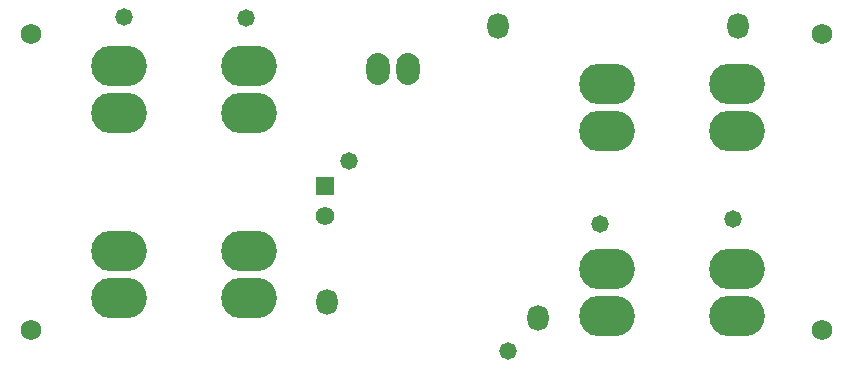
<source format=gbr>
G04*
G04 #@! TF.GenerationSoftware,Altium Limited,Altium Designer,23.0.1 (38)*
G04*
G04 Layer_Color=16711935*
%FSLAX25Y25*%
%MOIN*%
G70*
G04*
G04 #@! TF.SameCoordinates,E18D91D4-50B4-47E9-96DD-EFB38571A0BB*
G04*
G04*
G04 #@! TF.FilePolarity,Negative*
G04*
G01*
G75*
%ADD19O,0.18517X0.13595*%
%ADD20C,0.06800*%
%ADD21O,0.07690X0.10642*%
%ADD22O,0.07099X0.08674*%
%ADD23C,0.06181*%
%ADD24R,0.06181X0.06181*%
%ADD25C,0.05800*%
D19*
X41346Y84031D02*
D03*
X84654Y22220D02*
D03*
Y99779D02*
D03*
Y37969D02*
D03*
X41346Y99779D02*
D03*
X84654Y84031D02*
D03*
X41346Y22220D02*
D03*
Y37969D02*
D03*
X247153Y78031D02*
D03*
Y93779D02*
D03*
X203847Y31969D02*
D03*
X247153Y16220D02*
D03*
X203847Y78031D02*
D03*
Y16220D02*
D03*
Y93779D02*
D03*
X247153Y31969D02*
D03*
D20*
X275716Y11811D02*
D03*
Y110236D02*
D03*
X11811D02*
D03*
Y11811D02*
D03*
D21*
X127500Y98500D02*
D03*
X137500D02*
D03*
D22*
X181000Y15500D02*
D03*
X247500Y113000D02*
D03*
X167500D02*
D03*
X110500Y21000D02*
D03*
D23*
X110000Y49500D02*
D03*
D24*
Y59500D02*
D03*
D25*
X246000Y48500D02*
D03*
X201500Y47000D02*
D03*
X171000Y4500D02*
D03*
X83500Y115500D02*
D03*
X43000Y116000D02*
D03*
X118000Y68000D02*
D03*
M02*

</source>
